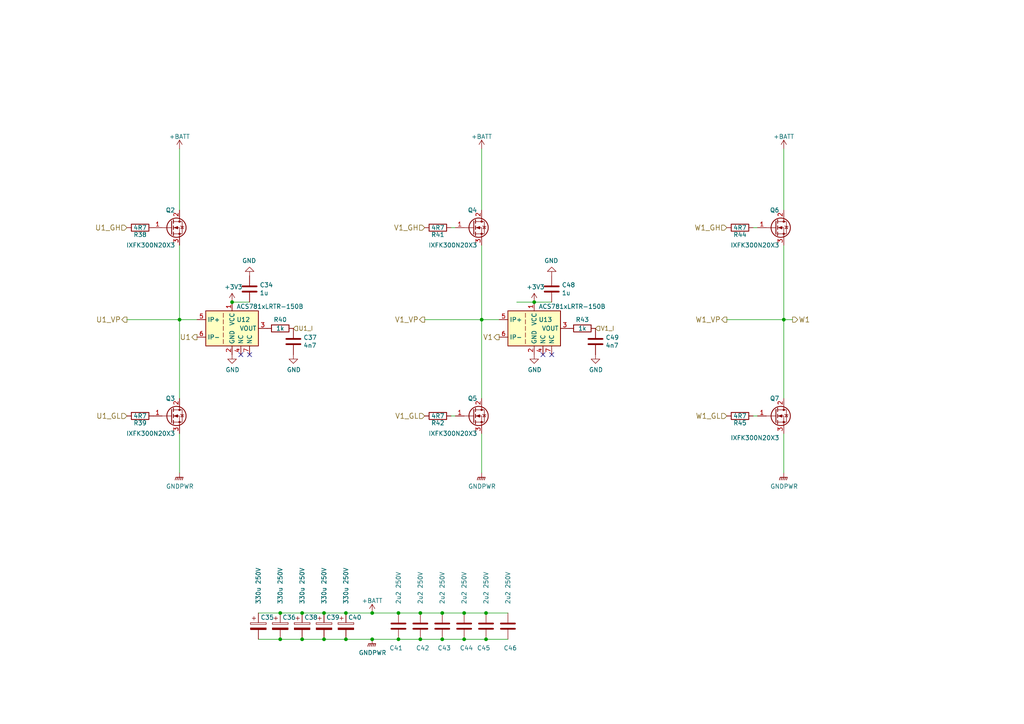
<source format=kicad_sch>
(kicad_sch (version 20231120) (generator "eeschema") (generator_version "8.0")
  (paper "A4")
  (title_block (title "HSWR MOSFET Power Stage") (date "2017-02-05") (rev "4.0"))
  (lib_symbols
    (symbol "Device:C" (pin_numbers hide) (pin_names (offset 0.254))
      (property "Reference" "C" (at 0.635 2.54 0))
      (property "Value" "C" (at 0.635 -2.54 0))
      (symbol "C_0_1"
        (polyline (pts (xy -2.032 -0.762) (xy 2.032 -0.762)) (stroke (width 0.508)))
        (polyline (pts (xy -2.032 0.762) (xy 2.032 0.762)) (stroke (width 0.508)))
      )
      (symbol "C_1_1"
        (pin passive line (at 0 3.81 270) (length 2.794) (name "~") (number "1"))
        (pin passive line (at 0 -3.81 90) (length 2.794) (name "~") (number "2"))
      )
    )
    (symbol "Device:C_Polarized" (pin_numbers hide) (pin_names (offset 0.254))
      (property "Reference" "C" (at 0.635 2.54 0))
      (property "Value" "C_Polarized" (at 0.635 -2.54 0))
      (symbol "C_Polarized_0_1"
        (rectangle (start -2.286 0.508) (end 2.286 1.016))
        (polyline (pts (xy -1.778 2.286) (xy -0.762 2.286)))
        (polyline (pts (xy -1.27 2.794) (xy -1.27 1.778)))
        (rectangle (start 2.286 -0.508) (end -2.286 -1.016) (fill (type outline)))
      )
      (symbol "C_Polarized_1_1"
        (pin passive line (at 0 3.81 270) (length 2.794) (name "~") (number "1"))
        (pin passive line (at 0 -3.81 90) (length 2.794) (name "~") (number "2"))
      )
    )
    (symbol "Device:Q_NMOS_GDS" (pin_names (offset 0) hide)
      (property "Reference" "Q" (at 5.08 1.27 0))
      (property "Value" "Q_NMOS_GDS" (at 5.08 -1.27 0))
      (symbol "Q_NMOS_GDS_0_1"
        (polyline (pts (xy 0.254 0) (xy -2.54 0)))
        (polyline (pts (xy 0.254 1.905) (xy 0.254 -1.905)) (stroke (width 0.254)))
        (polyline (pts (xy 0.762 -1.27) (xy 0.762 -2.286)) (stroke (width 0.254)))
        (polyline (pts (xy 0.762 0.508) (xy 0.762 -0.508)) (stroke (width 0.254)))
        (polyline (pts (xy 0.762 2.286) (xy 0.762 1.27)) (stroke (width 0.254)))
        (polyline (pts (xy 2.54 2.54) (xy 2.54 1.778)))
        (polyline (pts (xy 2.54 -2.54) (xy 2.54 0) (xy 0.762 0)))
        (polyline (pts (xy 0.762 -1.778) (xy 3.302 -1.778) (xy 3.302 1.778) (xy 0.762 1.778)))
        (polyline (pts (xy 1.016 0) (xy 2.032 0.381) (xy 2.032 -0.381) (xy 1.016 0)) (fill (type outline)))
        (polyline (pts (xy 2.794 0.508) (xy 2.921 0.381) (xy 3.683 0.381) (xy 3.81 0.254)))
        (polyline (pts (xy 3.302 0.381) (xy 2.921 -0.254) (xy 3.683 -0.254) (xy 3.302 0.381)))
        (circle (center 1.651 0) (radius 2.794) (stroke (width 0.254)))
        (circle (center 2.54 -1.778) (radius 0.254) (fill (type outline)))
        (circle (center 2.54 1.778) (radius 0.254) (fill (type outline)))
      )
      (symbol "Q_NMOS_GDS_1_1"
        (pin input line (at -5.08 0 0) (length 2.54) (name "G") (number "1"))
        (pin passive line (at 2.54 5.08 270) (length 2.54) (name "D") (number "2"))
        (pin passive line (at 2.54 -5.08 90) (length 2.54) (name "S") (number "3"))
      )
    )
    (symbol "Device:R" (pin_numbers hide) (pin_names (offset 0))
      (property "Reference" "R" (at 2.032 0 90))
      (property "Value" "R" (at 0 0 90))
      (symbol "R_0_1"
        (rectangle (start -1.016 -2.54) (end 1.016 2.54) (stroke (width 0.254)))
      )
      (symbol "R_1_1"
        (pin passive line (at 0 3.81 270) (length 1.27) (name "~") (number "1"))
        (pin passive line (at 0 -3.81 90) (length 1.27) (name "~") (number "2"))
      )
    )
    (symbol "Sensor_Current:ACS781xLRTR-150B"
      (property "Reference" "U" (at -7.62 6.35 0))
      (property "Value" "ACS781xLRTR-150B" (at 2.54 6.35 0))
      (symbol "ACS781xLRTR-150B_0_1"
        (rectangle (start -7.62 5.08) (end 7.62 -5.08) (stroke (width 0.254)) (fill (type background)))
        (polyline (pts (xy -2.54 -3.175) (xy -2.54 -4.445)))
        (polyline (pts (xy -2.54 -1.27) (xy -2.54 -2.54)))
        (polyline (pts (xy -2.54 0.635) (xy -2.54 -0.635)))
        (polyline (pts (xy -2.54 1.27) (xy -2.54 2.54)))
        (polyline (pts (xy -2.54 3.175) (xy -2.54 4.445)))
      )
      (symbol "ACS781xLRTR-150B_1_1"
        (pin power_in line (at 0 7.62 270) (length 2.54) (name "VCC") (number "1"))
        (pin power_in line (at 0 -7.62 90) (length 2.54) (name "GND") (number "2"))
        (pin output line (at 10.16 0 180) (length 2.54) (name "VOUT") (number "3"))
        (pin passive line (at 2.54 -7.62 90) (length 2.54) (name "NC") (number "4"))
        (pin passive line (at -10.16 2.54 0) (length 2.54) (name "IP+") (number "5"))
        (pin passive line (at -10.16 -2.54 0) (length 2.54) (name "IP-") (number "6"))
        (pin passive line (at 5.08 -7.62 90) (length 2.54) (name "NC") (number "7"))
      )
    )
    (symbol "power:+3V3" (power) (pin_names (offset 0))
      (property "Value" "+3V3" (at 0 3.556 0))
      (symbol "+3V3_0_1"
        (polyline (pts (xy -0.762 1.27) (xy 0 2.54)))
        (polyline (pts (xy 0 0) (xy 0 2.54)))
        (polyline (pts (xy 0 2.54) (xy 0.762 1.27)))
      )
      (symbol "+3V3_1_1"
        (pin power_in line (at 0 0 90) (length 0) hide (name "+3V3") (number "1"))
      )
    )
    (symbol "power:+BATT" (power) (pin_names (offset 0))
      (property "Value" "+BATT" (at 0 3.556 0))
      (symbol "+BATT_0_1"
        (polyline (pts (xy -0.762 1.27) (xy 0 2.54)))
        (polyline (pts (xy 0 0) (xy 0 2.54)))
        (polyline (pts (xy 0 2.54) (xy 0.762 1.27)))
      )
      (symbol "+BATT_1_1"
        (pin power_in line (at 0 0 90) (length 0) hide (name "+BATT") (number "1"))
      )
    )
    (symbol "power:GND" (power) (pin_names (offset 0))
      (property "Value" "GND" (at 0 -3.81 0))
      (symbol "GND_0_1"
        (polyline (pts (xy 0 0) (xy 0 -1.27) (xy 1.27 -1.27) (xy 0 -2.54) (xy -1.27 -1.27) (xy 0 -1.27)))
      )
      (symbol "GND_1_1"
        (pin power_in line (at 0 0 270) (length 0) hide (name "GND") (number "1"))
      )
    )
    (symbol "power:GNDPWR" (power) (pin_names (offset 0))
      (property "Value" "GNDPWR" (at 0 -3.302 0))
      (symbol "GNDPWR_0_1"
        (polyline (pts (xy 0 -1.27) (xy 0 0)))
        (polyline (pts (xy -1.016 -1.27) (xy -1.27 -2.032) (xy -1.27 -2.032)) (stroke (width 0.2032)))
        (polyline (pts (xy -0.508 -1.27) (xy -0.762 -2.032) (xy -0.762 -2.032)) (stroke (width 0.2032)))
        (polyline (pts (xy 0 -1.27) (xy -0.254 -2.032) (xy -0.254 -2.032)) (stroke (width 0.2032)))
        (polyline (pts (xy 0.508 -1.27) (xy 0.254 -2.032) (xy 0.254 -2.032)) (stroke (width 0.2032)))
        (polyline (pts (xy 1.016 -1.27) (xy -1.016 -1.27) (xy -1.016 -1.27)) (stroke (width 0.2032)))
        (polyline (pts (xy 1.016 -1.27) (xy 0.762 -2.032) (xy 0.762 -2.032) (xy 0.762 -2.032)) (stroke (width 0.2032)))
      )
      (symbol "GNDPWR_1_1"
        (pin power_in line (at 0 0 270) (length 0) hide (name "GNDPWR") (number "1"))
      )
    )
  )
  (junction (at 115.57 185.42))
  (junction (at 81.28 185.42))
  (junction (at 121.92 185.42))
  (junction (at 100.33 185.42))
  (junction (at 140.97 177.8))
  (junction (at 115.57 177.8))
  (junction (at 128.27 177.8))
  (junction (at 87.63 177.8))
  (junction (at 87.63 185.42))
  (junction (at 52.07 92.71))
  (junction (at 93.98 177.8))
  (junction (at 81.28 177.8))
  (junction (at 134.62 185.42))
  (junction (at 67.31 87.63))
  (junction (at 139.7 92.71))
  (junction (at 154.94 87.63))
  (junction (at 140.97 185.42))
  (junction (at 227.33 92.71))
  (junction (at 107.95 177.8))
  (junction (at 93.98 185.42))
  (junction (at 100.33 177.8))
  (junction (at 121.92 177.8))
  (junction (at 128.27 185.42))
  (junction (at 107.95 185.42))
  (junction (at 134.62 177.8))
  (no_connect (at 72.39 102.87))
  (no_connect (at 69.85 102.87))
  (no_connect (at 160.02 102.87))
  (no_connect (at 157.48 102.87))
  (wire (pts (xy 227.33 137.16) (xy 227.33 125.73)))
  (wire (pts (xy 52.07 92.71) (xy 52.07 115.57)))
  (wire (pts (xy 121.92 185.42) (xy 128.27 185.42)))
  (wire (pts (xy 139.7 71.12) (xy 139.7 92.71)))
  (wire (pts (xy 149.86 87.63) (xy 154.94 87.63)))
  (wire (pts (xy 74.93 177.8) (xy 81.28 177.8)))
  (wire (pts (xy 219.71 120.65) (xy 218.44 120.65)))
  (wire (pts (xy 93.98 177.8) (xy 100.33 177.8)))
  (wire (pts (xy 52.07 43.18) (xy 52.07 60.96)))
  (wire (pts (xy 128.27 177.8) (xy 134.62 177.8)))
  (wire (pts (xy 115.57 177.8) (xy 121.92 177.8)))
  (wire (pts (xy 67.31 87.63) (xy 72.39 87.63)))
  (wire (pts (xy 87.63 185.42) (xy 93.98 185.42)))
  (wire (pts (xy 219.71 66.04) (xy 218.44 66.04)))
  (wire (pts (xy 227.33 92.71) (xy 229.87 92.71)))
  (wire (pts (xy 52.07 137.16) (xy 52.07 125.73)))
  (wire (pts (xy 93.98 185.42) (xy 100.33 185.42)))
  (wire (pts (xy 87.63 177.8) (xy 93.98 177.8)))
  (wire (pts (xy 100.33 185.42) (xy 107.95 185.42)))
  (wire (pts (xy 140.97 185.42) (xy 147.32 185.42)))
  (wire (pts (xy 81.28 177.8) (xy 87.63 177.8)))
  (wire (pts (xy 121.92 177.8) (xy 128.27 177.8)))
  (wire (pts (xy 154.94 87.63) (xy 160.02 87.63)))
  (wire (pts (xy 81.28 185.42) (xy 87.63 185.42)))
  (wire (pts (xy 100.33 177.8) (xy 107.95 177.8)))
  (wire (pts (xy 115.57 185.42) (xy 121.92 185.42)))
  (wire (pts (xy 107.95 177.8) (xy 115.57 177.8)))
  (wire (pts (xy 139.7 43.18) (xy 139.7 60.96)))
  (wire (pts (xy 132.08 66.04) (xy 130.81 66.04)))
  (wire (pts (xy 134.62 177.8) (xy 140.97 177.8)))
  (wire (pts (xy 139.7 92.71) (xy 123.19 92.71)))
  (wire (pts (xy 227.33 92.71) (xy 227.33 115.57)))
  (wire (pts (xy 52.07 92.71) (xy 57.15 92.71)))
  (wire (pts (xy 139.7 92.71) (xy 144.78 92.71)))
  (wire (pts (xy 107.95 185.42) (xy 115.57 185.42)))
  (wire (pts (xy 134.62 185.42) (xy 140.97 185.42)))
  (wire (pts (xy 36.83 92.71) (xy 52.07 92.71)))
  (wire (pts (xy 227.33 71.12) (xy 227.33 92.71)))
  (wire (pts (xy 139.7 137.16) (xy 139.7 125.73)))
  (wire (pts (xy 132.08 120.65) (xy 130.81 120.65)))
  (wire (pts (xy 210.82 92.71) (xy 227.33 92.71)))
  (wire (pts (xy 139.7 92.71) (xy 139.7 115.57)))
  (wire (pts (xy 227.33 43.18) (xy 227.33 60.96)))
  (wire (pts (xy 52.07 71.12) (xy 52.07 92.71)))
  (wire (pts (xy 140.97 177.8) (xy 147.32 177.8)))
  (wire (pts (xy 74.93 185.42) (xy 81.28 185.42)))
  (wire (pts (xy 128.27 185.42) (xy 134.62 185.42)))
  (hierarchical_label "U1_GL" (shape input) (at 36.83 120.65 180) (effects (font (size 1.524 1.524))))
  (hierarchical_label "W1_GL" (shape input) (at 210.82 120.65 180) (effects (font (size 1.524 1.524))))
  (hierarchical_label "V1_GL" (shape input) (at 123.19 120.65 180) (effects (font (size 1.524 1.524))))
  (hierarchical_label "U1" (shape output) (at 57.15 97.79 180) (effects (font (size 1.524 1.524))))
  (hierarchical_label "U1_VP" (shape output) (at 36.83 92.71 180) (effects (font (size 1.524 1.524))))
  (hierarchical_label "U1_I" (shape input) (at 85.09 95.25 0))
  (hierarchical_label "U1_GH" (shape input) (at 36.83 66.04 180) (effects (font (size 1.524 1.524))))
  (hierarchical_label "V1_I" (shape input) (at 172.72 95.25 0))
  (hierarchical_label "W1_GH" (shape input) (at 210.82 66.04 180) (effects (font (size 1.524 1.524))))
  (hierarchical_label "V1" (shape output) (at 144.78 97.79 180) (effects (font (size 1.524 1.524))))
  (hierarchical_label "V1_GH" (shape input) (at 123.19 66.04 180) (effects (font (size 1.524 1.524))))
  (hierarchical_label "V1_VP" (shape output) (at 123.19 92.71 180) (effects (font (size 1.524 1.524))))
  (hierarchical_label "W1_VP" (shape output) (at 210.82 92.71 180) (effects (font (size 1.524 1.524))))
  (hierarchical_label "W1" (shape output) (at 229.87 92.71 0) (effects (font (size 1.524 1.524))))
  (symbol (lib_id "power:+BATT") (at 227.33 43.18 0) (unit 1)
    (property "Reference" "#PWR0118" (effects (hide yes)))
    (property "Value" "+BATT" (at 227.33 39.624 0))
  )
  (symbol (lib_id "Device:R") (at 214.63 120.65 270) (unit 1)
    (property "Reference" "R45" (at 214.63 122.682 90))
    (property "Value" "4R7" (at 214.63 120.65 90))
    (property "Footprint" "Resistor_SMD:R_0805_2012Metric" (effects (hide yes)))
  )
  (symbol (lib_id "Device:R") (at 214.63 66.04 270) (unit 1)
    (property "Reference" "R44" (at 214.63 68.072 90))
    (property "Value" "4R7" (at 214.63 66.04 90))
    (property "Footprint" "Resistor_SMD:R_0805_2012Metric" (effects (hide yes)))
  )
  (symbol (lib_id "Device:Q_NMOS_GDS") (at 224.79 120.65 0) (unit 1)
    (property "Reference" "Q7" (at 226.06 115.57 0) (effects (justify right)))
    (property "Value" "IXFK300N20X3" (at 226.06 127 0) (effects (justify right)))
    (property "Footprint" "HSWR:TO-264-3_Horizontal_TabUp_6mm_hole" (effects (hide yes)))
  )
  (symbol (lib_id "Device:Q_NMOS_GDS") (at 224.79 66.04 0) (unit 1)
    (property "Reference" "Q6" (at 226.06 60.96 0) (effects (justify right)))
    (property "Value" "IXFK300N20X3" (at 226.06 71.12 0) (effects (justify right)))
    (property "Footprint" "HSWR:TO-264-3_Horizontal_TabUp_6mm_hole" (effects (hide yes)))
  )
  (symbol (lib_id "power:+BATT") (at 139.7 43.18 0) (unit 1)
    (property "Reference" "#PWR0111" (effects (hide yes)))
    (property "Value" "+BATT" (at 139.7 39.624 0))
  )
  (symbol (lib_id "Device:R") (at 127 120.65 270) (unit 1)
    (property "Reference" "R42" (at 127 122.682 90))
    (property "Value" "4R7" (at 127 120.65 90))
    (property "Footprint" "Resistor_SMD:R_0805_2012Metric" (effects (hide yes)))
  )
  (symbol (lib_id "Device:R") (at 127 66.04 270) (unit 1)
    (property "Reference" "R41" (at 127 68.072 90))
    (property "Value" "4R7" (at 127 66.04 90))
    (property "Footprint" "Resistor_SMD:R_0805_2012Metric" (effects (hide yes)))
  )
  (symbol (lib_id "Device:Q_NMOS_GDS") (at 137.16 120.65 0) (unit 1)
    (property "Reference" "Q5" (at 138.43 115.57 0) (effects (justify right)))
    (property "Value" "IXFK300N20X3" (at 138.43 125.73 0) (effects (justify right)))
    (property "Footprint" "HSWR:TO-264-3_Horizontal_TabUp_6mm_hole" (effects (hide yes)))
  )
  (symbol (lib_id "Device:Q_NMOS_GDS") (at 137.16 66.04 0) (unit 1)
    (property "Reference" "Q4" (at 138.43 60.96 0) (effects (justify right)))
    (property "Value" "IXFK300N20X3" (at 138.43 71.12 0) (effects (justify right)))
    (property "Footprint" "HSWR:TO-264-3_Horizontal_TabUp_6mm_hole" (effects (hide yes)))
  )
  (symbol (lib_id "power:+BATT") (at 52.07 43.18 0) (unit 1)
    (property "Reference" "#PWR0102" (effects (hide yes)))
    (property "Value" "+BATT" (at 52.07 39.624 0))
  )
  (symbol (lib_id "Device:R") (at 40.64 120.65 270) (unit 1)
    (property "Reference" "R39" (at 40.64 122.682 90))
    (property "Value" "4R7" (at 40.64 120.65 90))
    (property "Footprint" "Resistor_SMD:R_0805_2012Metric" (effects (hide yes)))
  )
  (symbol (lib_id "Device:R") (at 40.64 66.04 270) (unit 1)
    (property "Reference" "R38" (at 40.64 68.072 90))
    (property "Value" "4R7" (at 40.64 66.04 90))
    (property "Footprint" "Resistor_SMD:R_0805_2012Metric" (effects (hide yes)))
  )
  (symbol (lib_id "Device:Q_NMOS_GDS") (at 49.53 120.65 0) (unit 1)
    (property "Reference" "Q3" (at 50.8 115.57 0) (effects (justify right)))
    (property "Value" "IXFK300N20X3" (at 50.8 125.73 0) (effects (justify right)))
    (property "Footprint" "HSWR:TO-264-3_Horizontal_TabUp_6mm_hole" (effects (hide yes)))
  )
  (symbol (lib_id "Device:Q_NMOS_GDS") (at 49.53 66.04 0) (unit 1)
    (property "Reference" "Q2" (at 50.8 60.96 0) (effects (justify right)))
    (property "Value" "IXFK300N20X3" (at 50.8 71.12 0) (effects (justify right)))
    (property "Footprint" "HSWR:TO-264-3_Horizontal_TabUp_6mm_hole" (effects (hide yes)))
  )
  (symbol (lib_id "power:+BATT") (at 107.95 177.8 0) (unit 1)
    (property "Reference" "#PWR0109" (effects (hide yes)))
    (property "Value" "+BATT" (at 107.95 174.244 0))
  )
  (symbol (lib_id "Device:C") (at 115.57 181.61 0) (mirror y) (unit 1)
    (property "Reference" "C41" (at 116.84 187.96 0) (effects (justify left)))
    (property "Value" "2u2 250V" (at 115.57 175.26 90) (effects (justify left)))
    (property "Footprint" "Capacitor_SMD:C_2220_5750Metric" (effects (hide yes)))
  )
  (symbol (lib_id "Device:C") (at 121.92 181.61 0) (unit 1)
    (property "Reference" "C42" (at 120.65 187.96 0) (effects (justify left)))
    (property "Value" "2u2 250V" (at 121.92 175.26 90) (effects (justify left)))
    (property "Footprint" "Capacitor_SMD:C_2220_5750Metric" (effects (hide yes)))
  )
  (symbol (lib_id "Device:C") (at 128.27 181.61 0) (mirror y) (unit 1)
    (property "Reference" "C43" (at 130.81 187.96 0) (effects (justify left)))
    (property "Value" "2u2 250V" (at 128.27 175.26 90) (effects (justify left)))
    (property "Footprint" "Capacitor_SMD:C_2220_5750Metric" (effects (hide yes)))
  )
  (symbol (lib_id "Device:C") (at 134.62 181.61 0) (unit 1)
    (property "Reference" "C44" (at 133.35 187.96 0) (effects (justify left)))
    (property "Value" "2u2 250V" (at 134.62 175.26 90) (effects (justify left)))
    (property "Footprint" "Capacitor_SMD:C_2220_5750Metric" (effects (hide yes)))
  )
  (symbol (lib_id "Device:C") (at 140.97 181.61 0) (mirror y) (unit 1)
    (property "Reference" "C45" (at 142.24 187.96 0) (effects (justify left)))
    (property "Value" "2u2 250V" (at 140.97 175.26 90) (effects (justify left)))
    (property "Footprint" "Capacitor_SMD:C_2220_5750Metric" (effects (hide yes)))
  )
  (symbol (lib_id "Device:C") (at 147.32 181.61 0) (unit 1)
    (property "Reference" "C46" (at 146.05 187.96 0) (effects (justify left)))
    (property "Value" "2u2 250V" (at 147.32 175.26 90) (effects (justify left)))
    (property "Footprint" "Capacitor_SMD:C_2220_5750Metric" (effects (hide yes)))
  )
  (symbol (lib_id "Device:C_Polarized") (at 81.28 181.61 0) (unit 1)
    (property "Reference" "C36" (at 81.915 179.07 0) (effects (justify left)))
    (property "Value" "330u 250V" (at 81.28 175.26 90) (effects (justify left)))
    (property "Footprint" "Capacitor_THT:CP_Radial_D22.0mm_P10.00mm_SnapIn" (effects (hide yes)))
  )
  (symbol (lib_id "Device:C_Polarized") (at 87.63 181.61 0) (unit 1)
    (property "Reference" "C38" (at 88.265 179.07 0) (effects (justify left)))
    (property "Value" "330u 250V" (at 87.63 175.26 90) (effects (justify left)))
    (property "Footprint" "Capacitor_THT:CP_Radial_D22.0mm_P10.00mm_SnapIn" (effects (hide yes)))
  )
  (symbol (lib_id "Device:C_Polarized") (at 93.98 181.61 0) (unit 1)
    (property "Reference" "C39" (at 94.615 179.07 0) (effects (justify left)))
    (property "Value" "330u 250V" (at 93.98 175.26 90) (effects (justify left)))
    (property "Footprint" "Capacitor_THT:CP_Radial_D22.0mm_P10.00mm_SnapIn" (effects (hide yes)))
  )
  (symbol (lib_id "Device:C_Polarized") (at 100.33 181.61 0) (unit 1)
    (property "Reference" "C40" (at 100.965 179.07 0) (effects (justify left)))
    (property "Value" "330u 250V" (at 100.33 175.26 90) (effects (justify left)))
    (property "Footprint" "Capacitor_THT:CP_Radial_D22.0mm_P10.00mm_SnapIn" (effects (hide yes)))
  )
  (symbol (lib_id "Device:C_Polarized") (at 74.93 181.61 0) (unit 1)
    (property "Reference" "C35" (at 75.565 179.07 0) (effects (justify left)))
    (property "Value" "330u 250V" (at 74.93 175.26 90) (effects (justify left)))
    (property "Footprint" "Capacitor_THT:CP_Radial_D22.0mm_P10.00mm_SnapIn" (effects (hide yes)))
  )
  (symbol (lib_id "power:GNDPWR") (at 107.95 185.42 0) (unit 1)
    (property "Reference" "#PWR0110" (effects (hide yes)))
    (property "Value" "GNDPWR" (at 108.0516 189.3316 0))
  )
  (symbol (lib_id "power:GNDPWR") (at 52.07 137.16 0) (unit 1)
    (property "Reference" "#PWR0103" (effects (hide yes)))
    (property "Value" "GNDPWR" (at 52.1716 141.0716 0))
  )
  (symbol (lib_id "power:GNDPWR") (at 139.7 137.16 0) (unit 1)
    (property "Reference" "#PWR0112" (effects (hide yes)))
    (property "Value" "GNDPWR" (at 139.8016 141.0716 0))
  )
  (symbol (lib_id "power:GNDPWR") (at 227.33 137.16 0) (unit 1)
    (property "Reference" "#PWR0119" (effects (hide yes)))
    (property "Value" "GNDPWR" (at 227.4316 141.0716 0))
  )
  (symbol (lib_id "Device:C") (at 72.39 83.82 0) (unit 1)
    (property "Reference" "C34" (at 75.311 82.6516 0) (effects (justify left)))
    (property "Value" "1u" (at 75.311 84.963 0) (effects (justify left)))
    (property "Footprint" "Capacitor_SMD:C_0805_2012Metric" (effects (hide yes)))
  )
  (symbol (lib_id "power:+3V3") (at 67.31 87.63 0) (unit 1)
    (property "Reference" "#PWR0105" (effects (hide yes)))
    (property "Value" "+3V3" (at 67.691 83.2358 0))
  )
  (symbol (lib_id "power:GND") (at 72.39 80.01 180) (unit 1)
    (property "Reference" "#PWR0107" (effects (hide yes)))
    (property "Value" "GND" (at 72.263 75.6158 0))
  )
  (symbol (lib_id "power:GND") (at 67.31 102.87 0) (unit 1)
    (property "Reference" "#PWR0106" (effects (hide yes)))
    (property "Value" "GND" (at 67.437 107.2642 0))
  )
  (symbol (lib_id "Device:R") (at 81.28 95.25 270) (unit 1)
    (property "Reference" "R40" (at 81.28 92.71 90))
    (property "Value" "1k" (at 81.28 95.25 90))
    (property "Footprint" "Resistor_SMD:R_0805_2012Metric" (effects (hide yes)))
  )
  (symbol (lib_id "Device:C") (at 85.09 99.06 0) (unit 1)
    (property "Reference" "C37" (at 88.011 97.8916 0) (effects (justify left)))
    (property "Value" "4n7" (at 88.011 100.203 0) (effects (justify left)))
    (property "Footprint" "Capacitor_SMD:C_0805_2012Metric" (effects (hide yes)))
  )
  (symbol (lib_id "power:GND") (at 85.09 102.87 0) (unit 1)
    (property "Reference" "#PWR0108" (effects (hide yes)))
    (property "Value" "GND" (at 85.217 107.2642 0))
  )
  (symbol (lib_id "Device:C") (at 160.02 83.82 0) (unit 1)
    (property "Reference" "C48" (at 162.941 82.6516 0) (effects (justify left)))
    (property "Value" "1u" (at 162.941 84.963 0) (effects (justify left)))
    (property "Footprint" "Capacitor_SMD:C_0805_2012Metric" (effects (hide yes)))
  )
  (symbol (lib_id "power:+3V3") (at 154.94 87.63 0) (unit 1)
    (property "Reference" "#PWR0114" (effects (hide yes)))
    (property "Value" "+3V3" (at 155.321 83.2358 0))
  )
  (symbol (lib_id "power:GND") (at 160.02 80.01 180) (unit 1)
    (property "Reference" "#PWR0116" (effects (hide yes)))
    (property "Value" "GND" (at 159.893 75.6158 0))
  )
  (symbol (lib_id "power:GND") (at 154.94 102.87 0) (unit 1)
    (property "Reference" "#PWR0115" (effects (hide yes)))
    (property "Value" "GND" (at 155.067 107.2642 0))
  )
  (symbol (lib_id "Device:R") (at 168.91 95.25 270) (unit 1)
    (property "Reference" "R43" (at 168.91 92.71 90))
    (property "Value" "1k" (at 168.91 95.25 90))
    (property "Footprint" "Resistor_SMD:R_0805_2012Metric" (effects (hide yes)))
  )
  (symbol (lib_id "Device:C") (at 172.72 99.06 0) (unit 1)
    (property "Reference" "C49" (at 175.641 97.8916 0) (effects (justify left)))
    (property "Value" "4n7" (at 175.641 100.203 0) (effects (justify left)))
    (property "Footprint" "Capacitor_SMD:C_0805_2012Metric" (effects (hide yes)))
  )
  (symbol (lib_id "power:GND") (at 172.72 102.87 0) (unit 1)
    (property "Reference" "#PWR0117" (effects (hide yes)))
    (property "Value" "GND" (at 172.847 107.2642 0))
  )
  (symbol (lib_id "Sensor_Current:ACS781xLRTR-150B") (at 67.31 95.25 0) (unit 1)
    (property "Reference" "U12" (at 68.58 92.71 0) (effects (justify left)))
    (property "Value" "ACS781xLRTR-150B" (at 68.58 88.9 0) (effects (justify left)))
    (property "Footprint" "Sensor_Current:Allegro_PSOF-7_4.8x6.4mm_P1.60mm" (effects (hide yes)))
    (property "Datasheet" "http://www.allegromicro.com/~/media/Files/Datasheets/ACS781-Datsaheet.ashx?la=en" (effects (hide yes)))
  )
  (symbol (lib_id "Sensor_Current:ACS781xLRTR-150B") (at 154.94 95.25 0) (unit 1)
    (property "Reference" "U13" (at 156.21 92.71 0) (effects (justify left)))
    (property "Value" "ACS781xLRTR-150B" (at 156.21 88.9 0) (effects (justify left)))
    (property "Footprint" "Sensor_Current:Allegro_PSOF-7_4.8x6.4mm_P1.60mm" (effects (hide yes)))
    (property "Datasheet" "http://www.allegromicro.com/~/media/Files/Datasheets/ACS781-Datsaheet.ashx?la=en" (effects (hide yes)))
  )
)
</source>
